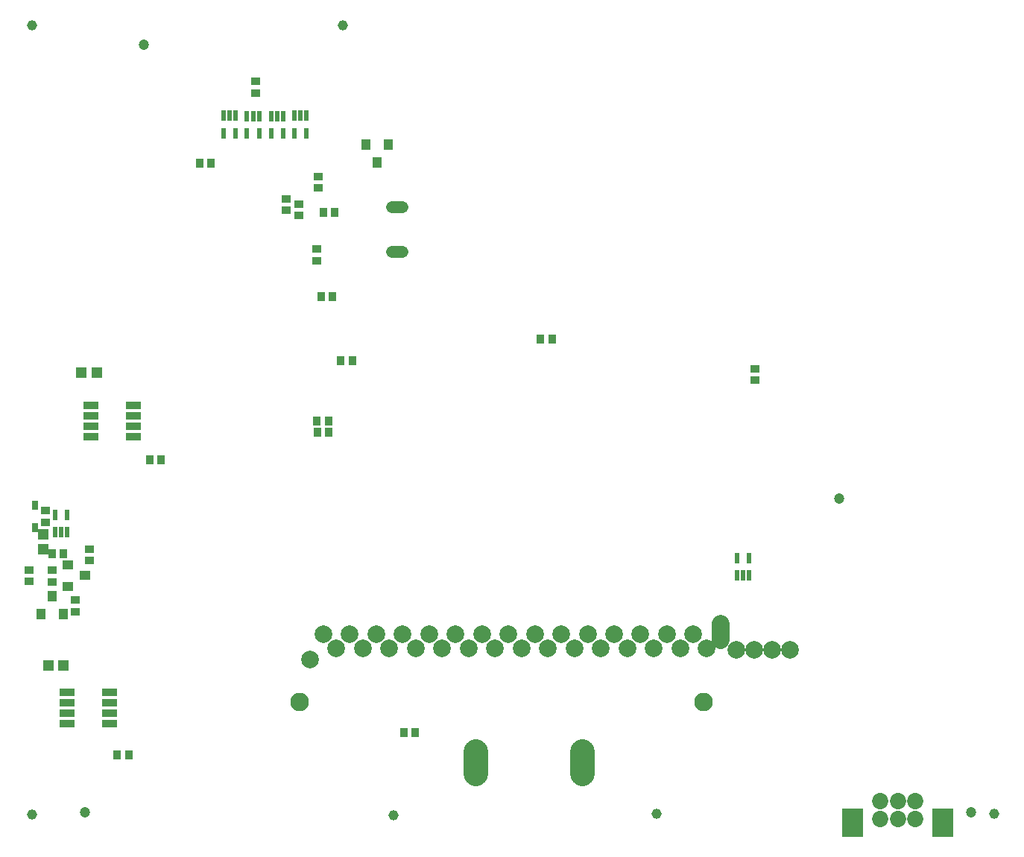
<source format=gbr>
G04 EAGLE Gerber RS-274X export*
G75*
%MOMM*%
%FSLAX34Y34*%
%LPD*%
%INSoldermask Bottom*%
%IPPOS*%
%AMOC8*
5,1,8,0,0,1.08239X$1,22.5*%
G01*
%ADD10C,1.203200*%
%ADD11C,2.003200*%
%ADD12C,2.003200*%
%ADD13C,2.103200*%
%ADD14C,2.753200*%
%ADD15C,1.853200*%
%ADD16R,2.403200X3.203200*%
%ADD17C,1.320800*%
%ADD18R,1.103200X0.903200*%
%ADD19R,0.603200X1.203200*%
%ADD20R,1.103200X1.303200*%
%ADD21R,1.303200X1.103200*%
%ADD22R,0.903200X1.103200*%
%ADD23R,1.303200X1.203200*%
%ADD24R,1.203200X1.303200*%
%ADD25R,1.727200X0.838200*%
%ADD26R,0.803200X1.003200*%
%ADD27C,1.159600*%


D10*
X145796Y909066D03*
X935482Y393319D03*
X78740Y36322D03*
X1084961Y36830D03*
D11*
X800473Y232485D02*
X800473Y250485D01*
D12*
X784830Y222724D03*
X769810Y239014D03*
X754790Y222724D03*
X739770Y239014D03*
X724750Y222724D03*
X709730Y239014D03*
X694710Y222724D03*
X679690Y239014D03*
X664670Y222724D03*
X649650Y239014D03*
X634630Y222724D03*
X619610Y239014D03*
X604590Y222724D03*
X589570Y239014D03*
X574550Y222724D03*
X559530Y239014D03*
X544510Y222724D03*
X529490Y239014D03*
X514470Y222724D03*
X499450Y239014D03*
X484430Y222724D03*
X469410Y239014D03*
X454390Y222724D03*
X439370Y239014D03*
X424350Y222724D03*
X409330Y239014D03*
X394310Y222724D03*
X379290Y239014D03*
X364270Y222724D03*
X349250Y239014D03*
X334120Y210424D03*
D13*
X781290Y162264D03*
X322060Y162264D03*
D12*
X818890Y221314D03*
X838980Y221314D03*
X859070Y221314D03*
X879160Y221314D03*
D14*
X643640Y105774D02*
X643640Y80274D01*
X522480Y80274D02*
X522480Y105774D01*
D15*
X982030Y49022D03*
X982030Y29022D03*
X1002030Y49022D03*
X1002030Y29022D03*
X1022030Y49022D03*
X1022030Y29022D03*
D16*
X1053030Y25022D03*
X951030Y25022D03*
D17*
X438912Y724154D02*
X427736Y724154D01*
X427736Y673354D02*
X438912Y673354D01*
D18*
X342265Y663425D03*
X342265Y676425D03*
D19*
X235824Y807880D03*
X249824Y807880D03*
X249824Y827880D03*
X242824Y827880D03*
X235824Y827880D03*
X262494Y807626D03*
X276494Y807626D03*
X276494Y827626D03*
X269494Y827626D03*
X262494Y827626D03*
X289926Y807626D03*
X303926Y807626D03*
X303926Y827626D03*
X296926Y827626D03*
X289926Y827626D03*
X316342Y807880D03*
X330342Y807880D03*
X330342Y827880D03*
X323342Y827880D03*
X316342Y827880D03*
D20*
X410464Y775241D03*
X397964Y795241D03*
X422964Y795241D03*
D21*
X78707Y305435D03*
X58707Y292935D03*
X58707Y317935D03*
D20*
X41275Y282161D03*
X53775Y262161D03*
X28775Y262161D03*
D19*
X58308Y374744D03*
X44308Y374744D03*
X44308Y354744D03*
X51308Y354744D03*
X58308Y354744D03*
X833008Y325468D03*
X819008Y325468D03*
X819008Y305468D03*
X826008Y305468D03*
X833008Y305468D03*
D22*
X342496Y468630D03*
X355496Y468630D03*
X342242Y481076D03*
X355242Y481076D03*
D18*
X839978Y527662D03*
X839978Y540662D03*
D22*
X596242Y574040D03*
X609242Y574040D03*
X369166Y549402D03*
X382166Y549402D03*
D23*
X91685Y536448D03*
X74685Y536448D03*
X53966Y203073D03*
X36966Y203073D03*
D22*
X165123Y437261D03*
X152123Y437261D03*
X128166Y101727D03*
X115166Y101727D03*
D24*
X31242Y352797D03*
X31242Y335797D03*
D18*
X307340Y733321D03*
X307340Y720321D03*
X343916Y758975D03*
X343916Y745975D03*
D22*
X349481Y718185D03*
X362481Y718185D03*
X359814Y622427D03*
X346814Y622427D03*
X209019Y774192D03*
X222019Y774192D03*
D18*
X321183Y727733D03*
X321183Y714733D03*
D22*
X453794Y127254D03*
X440794Y127254D03*
D18*
X41275Y311554D03*
X41275Y298554D03*
X67691Y277645D03*
X67691Y264645D03*
X272542Y867052D03*
X272542Y854052D03*
X33655Y366245D03*
X33655Y379245D03*
D22*
X54252Y330708D03*
X41252Y330708D03*
D18*
X83947Y335557D03*
X83947Y322557D03*
X15240Y311808D03*
X15240Y298808D03*
D25*
X106436Y172637D03*
X106436Y160927D03*
X106436Y149217D03*
X106436Y137497D03*
X58156Y137497D03*
X58156Y149217D03*
X58156Y160927D03*
X58156Y172637D03*
X133614Y498646D03*
X133614Y486936D03*
X133614Y475226D03*
X133614Y463506D03*
X85334Y463506D03*
X85334Y475226D03*
X85334Y486936D03*
X85334Y498646D03*
D26*
X21463Y385372D03*
X21463Y360372D03*
D27*
X1111758Y34544D03*
X18288Y34290D03*
X18415Y930783D03*
X371348Y930783D03*
X429387Y33528D03*
X727583Y34544D03*
M02*

</source>
